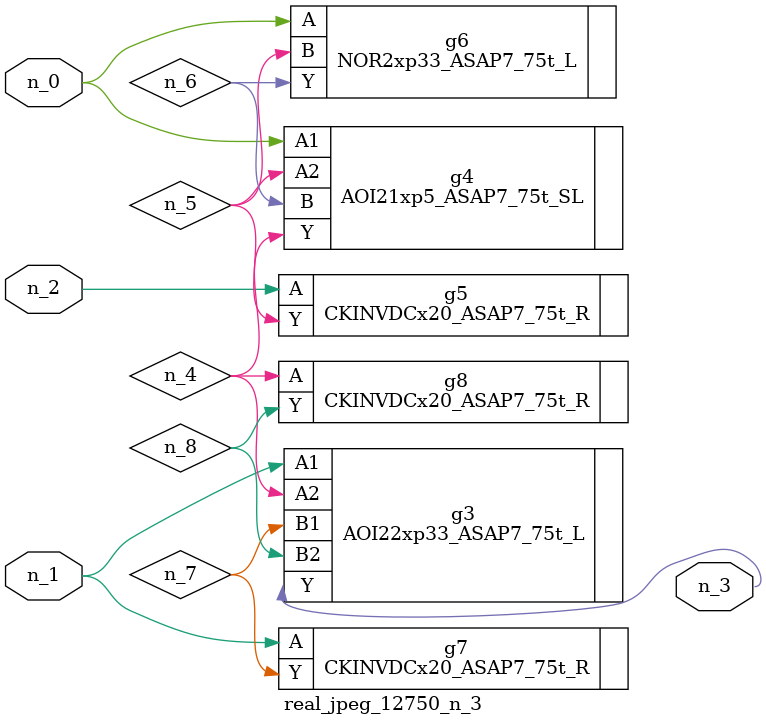
<source format=v>
module real_jpeg_12750_n_3 (n_1, n_0, n_2, n_3);

input n_1;
input n_0;
input n_2;

output n_3;

wire n_5;
wire n_4;
wire n_8;
wire n_6;
wire n_7;

AOI21xp5_ASAP7_75t_SL g4 ( 
.A1(n_0),
.A2(n_5),
.B(n_6),
.Y(n_4)
);

NOR2xp33_ASAP7_75t_L g6 ( 
.A(n_0),
.B(n_5),
.Y(n_6)
);

AOI22xp33_ASAP7_75t_L g3 ( 
.A1(n_1),
.A2(n_4),
.B1(n_7),
.B2(n_8),
.Y(n_3)
);

CKINVDCx20_ASAP7_75t_R g7 ( 
.A(n_1),
.Y(n_7)
);

CKINVDCx20_ASAP7_75t_R g5 ( 
.A(n_2),
.Y(n_5)
);

CKINVDCx20_ASAP7_75t_R g8 ( 
.A(n_4),
.Y(n_8)
);


endmodule
</source>
